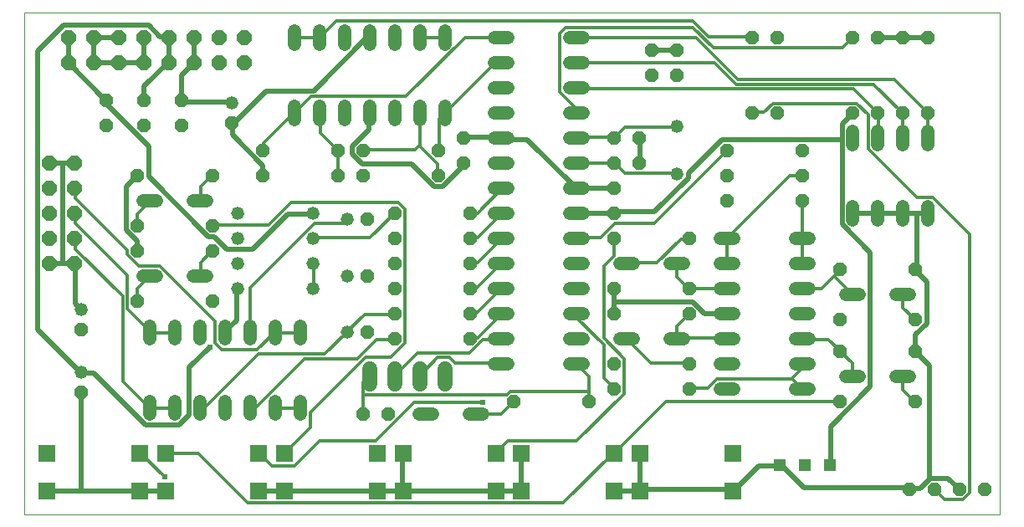
<source format=gtl>
G75*
%MOIN*%
%OFA0B0*%
%FSLAX25Y25*%
%IPPOS*%
%LPD*%
%AMOC8*
5,1,8,0,0,1.08239X$1,22.5*
%
%ADD10C,0.00000*%
%ADD11OC8,0.05200*%
%ADD12C,0.05200*%
%ADD13C,0.05200*%
%ADD14R,0.07087X0.07087*%
%ADD15OC8,0.06000*%
%ADD16R,0.05150X0.05150*%
%ADD17C,0.06000*%
%ADD18C,0.02000*%
%ADD19C,0.01200*%
%ADD20C,0.02400*%
D10*
X0001000Y0001250D02*
X0001000Y0201211D01*
X0389583Y0201211D01*
X0389583Y0001250D01*
X0001000Y0001250D01*
D11*
X0023500Y0049750D03*
X0023500Y0074750D03*
X0046000Y0086250D03*
X0076000Y0086250D03*
X0076000Y0106250D03*
X0076000Y0116250D03*
X0046000Y0116250D03*
X0046000Y0106250D03*
X0046000Y0136250D03*
X0076000Y0136250D03*
X0096000Y0136250D03*
X0096000Y0146250D03*
X0083500Y0157250D03*
X0063500Y0156250D03*
X0048500Y0156250D03*
X0033500Y0156250D03*
X0033500Y0166250D03*
X0048500Y0166250D03*
X0063500Y0166250D03*
X0126000Y0146250D03*
X0136000Y0146250D03*
X0136000Y0136250D03*
X0126000Y0136250D03*
X0148500Y0121250D03*
X0137500Y0118750D03*
X0148500Y0111250D03*
X0148500Y0101250D03*
X0137500Y0096250D03*
X0148500Y0091250D03*
X0148500Y0081250D03*
X0137500Y0073750D03*
X0148500Y0071250D03*
X0178500Y0071250D03*
X0178500Y0081250D03*
X0178500Y0091250D03*
X0178500Y0101250D03*
X0178500Y0111250D03*
X0178500Y0121250D03*
X0166000Y0136250D03*
X0176000Y0141250D03*
X0166000Y0146250D03*
X0176000Y0151250D03*
X0236000Y0151250D03*
X0246000Y0151250D03*
X0246000Y0141250D03*
X0236000Y0141250D03*
X0236000Y0131250D03*
X0236000Y0121250D03*
X0236000Y0111250D03*
X0266000Y0111250D03*
X0281000Y0126250D03*
X0281000Y0136250D03*
X0281000Y0146250D03*
X0291000Y0161250D03*
X0301000Y0161250D03*
X0311000Y0146250D03*
X0311000Y0136250D03*
X0311000Y0126250D03*
X0326000Y0098750D03*
X0356000Y0098750D03*
X0356000Y0078750D03*
X0356000Y0066250D03*
X0326000Y0066250D03*
X0326000Y0078750D03*
X0266000Y0081250D03*
X0266000Y0091250D03*
X0236000Y0091250D03*
X0236000Y0081250D03*
X0236000Y0061250D03*
X0236000Y0051250D03*
X0226000Y0046250D03*
X0196000Y0046250D03*
X0146000Y0041250D03*
X0136000Y0041250D03*
X0266000Y0051250D03*
X0266000Y0061250D03*
X0326000Y0046250D03*
X0356000Y0046250D03*
X0353500Y0011250D03*
X0363500Y0011250D03*
X0373500Y0011250D03*
X0383500Y0011250D03*
X0361000Y0161250D03*
X0351000Y0161250D03*
X0341000Y0161250D03*
X0331000Y0161250D03*
X0331000Y0191250D03*
X0341000Y0191250D03*
X0351000Y0191250D03*
X0361000Y0191250D03*
X0301000Y0191250D03*
X0291000Y0191250D03*
X0261000Y0186250D03*
X0251000Y0186250D03*
X0251000Y0176250D03*
X0261000Y0176250D03*
D12*
X0261000Y0155750D03*
X0261000Y0136750D03*
X0129500Y0118750D03*
X0116000Y0121250D03*
X0116000Y0111250D03*
X0116000Y0101250D03*
X0129500Y0096250D03*
X0116000Y0091250D03*
X0086000Y0091250D03*
X0086000Y0101250D03*
X0086000Y0111250D03*
X0086000Y0121250D03*
X0023500Y0082750D03*
X0023500Y0057750D03*
X0129500Y0073750D03*
X0083500Y0165250D03*
D13*
X0108500Y0163850D02*
X0108500Y0158650D01*
X0118500Y0158650D02*
X0118500Y0163850D01*
X0128500Y0163850D02*
X0128500Y0158650D01*
X0138500Y0158650D02*
X0138500Y0163850D01*
X0148500Y0163850D02*
X0148500Y0158650D01*
X0158500Y0158650D02*
X0158500Y0163850D01*
X0168500Y0163850D02*
X0168500Y0158650D01*
X0188400Y0161250D02*
X0193600Y0161250D01*
X0193600Y0151250D02*
X0188400Y0151250D01*
X0188400Y0141250D02*
X0193600Y0141250D01*
X0193600Y0131250D02*
X0188400Y0131250D01*
X0188400Y0121250D02*
X0193600Y0121250D01*
X0193600Y0111250D02*
X0188400Y0111250D01*
X0188400Y0101250D02*
X0193600Y0101250D01*
X0193600Y0091250D02*
X0188400Y0091250D01*
X0188400Y0081250D02*
X0193600Y0081250D01*
X0193600Y0071250D02*
X0188400Y0071250D01*
X0188400Y0061250D02*
X0193600Y0061250D01*
X0218400Y0061250D02*
X0223600Y0061250D01*
X0223600Y0071250D02*
X0218400Y0071250D01*
X0218400Y0081250D02*
X0223600Y0081250D01*
X0223600Y0091250D02*
X0218400Y0091250D01*
X0218400Y0101250D02*
X0223600Y0101250D01*
X0238400Y0101250D02*
X0243600Y0101250D01*
X0258400Y0101250D02*
X0263600Y0101250D01*
X0278400Y0101250D02*
X0283600Y0101250D01*
X0283600Y0091250D02*
X0278400Y0091250D01*
X0278400Y0081250D02*
X0283600Y0081250D01*
X0283600Y0071250D02*
X0278400Y0071250D01*
X0263600Y0071250D02*
X0258400Y0071250D01*
X0243600Y0071250D02*
X0238400Y0071250D01*
X0278400Y0061250D02*
X0283600Y0061250D01*
X0283600Y0051250D02*
X0278400Y0051250D01*
X0308400Y0051250D02*
X0313600Y0051250D01*
X0328400Y0056250D02*
X0333600Y0056250D01*
X0348400Y0056250D02*
X0353600Y0056250D01*
X0313600Y0061250D02*
X0308400Y0061250D01*
X0308400Y0071250D02*
X0313600Y0071250D01*
X0313600Y0081250D02*
X0308400Y0081250D01*
X0328400Y0088750D02*
X0333600Y0088750D01*
X0348400Y0088750D02*
X0353600Y0088750D01*
X0313600Y0091250D02*
X0308400Y0091250D01*
X0308400Y0101250D02*
X0313600Y0101250D01*
X0313600Y0111250D02*
X0308400Y0111250D01*
X0331000Y0118650D02*
X0331000Y0123850D01*
X0341000Y0123850D02*
X0341000Y0118650D01*
X0351000Y0118650D02*
X0351000Y0123850D01*
X0361000Y0123850D02*
X0361000Y0118650D01*
X0361000Y0148650D02*
X0361000Y0153850D01*
X0351000Y0153850D02*
X0351000Y0148650D01*
X0341000Y0148650D02*
X0341000Y0153850D01*
X0331000Y0153850D02*
X0331000Y0148650D01*
X0283600Y0111250D02*
X0278400Y0111250D01*
X0223600Y0111250D02*
X0218400Y0111250D01*
X0218400Y0121250D02*
X0223600Y0121250D01*
X0223600Y0131250D02*
X0218400Y0131250D01*
X0218400Y0141250D02*
X0223600Y0141250D01*
X0223600Y0151250D02*
X0218400Y0151250D01*
X0218400Y0161250D02*
X0223600Y0161250D01*
X0223600Y0171250D02*
X0218400Y0171250D01*
X0218400Y0181250D02*
X0223600Y0181250D01*
X0223600Y0191250D02*
X0218400Y0191250D01*
X0193600Y0191250D02*
X0188400Y0191250D01*
X0168500Y0188650D02*
X0168500Y0193850D01*
X0158500Y0193850D02*
X0158500Y0188650D01*
X0148500Y0188650D02*
X0148500Y0193850D01*
X0138500Y0193850D02*
X0138500Y0188650D01*
X0128500Y0188650D02*
X0128500Y0193850D01*
X0118500Y0193850D02*
X0118500Y0188650D01*
X0108500Y0188650D02*
X0108500Y0193850D01*
X0188400Y0181250D02*
X0193600Y0181250D01*
X0193600Y0171250D02*
X0188400Y0171250D01*
X0073600Y0126250D02*
X0068400Y0126250D01*
X0053600Y0126250D02*
X0048400Y0126250D01*
X0048400Y0096250D02*
X0053600Y0096250D01*
X0068400Y0096250D02*
X0073600Y0096250D01*
X0071000Y0076350D02*
X0071000Y0071150D01*
X0081000Y0071150D02*
X0081000Y0076350D01*
X0091000Y0076350D02*
X0091000Y0071150D01*
X0101000Y0071150D02*
X0101000Y0076350D01*
X0111000Y0076350D02*
X0111000Y0071150D01*
X0111000Y0046350D02*
X0111000Y0041150D01*
X0101000Y0041150D02*
X0101000Y0046350D01*
X0091000Y0046350D02*
X0091000Y0041150D01*
X0081000Y0041150D02*
X0081000Y0046350D01*
X0071000Y0046350D02*
X0071000Y0041150D01*
X0061000Y0041150D02*
X0061000Y0046350D01*
X0051000Y0046350D02*
X0051000Y0041150D01*
X0051000Y0071150D02*
X0051000Y0076350D01*
X0061000Y0076350D02*
X0061000Y0071150D01*
X0158400Y0041250D02*
X0163600Y0041250D01*
X0178400Y0041250D02*
X0183600Y0041250D01*
D14*
X0188795Y0025659D03*
X0199031Y0025659D03*
X0199031Y0010699D03*
X0188795Y0010699D03*
X0151787Y0010699D03*
X0141551Y0010699D03*
X0141551Y0025659D03*
X0151787Y0025659D03*
X0104543Y0025659D03*
X0094307Y0025659D03*
X0094307Y0010699D03*
X0104543Y0010699D03*
X0057299Y0010699D03*
X0047063Y0010699D03*
X0047063Y0025659D03*
X0057299Y0025659D03*
X0010055Y0025659D03*
X0010055Y0010699D03*
X0236039Y0010699D03*
X0246276Y0010699D03*
X0246276Y0025659D03*
X0236039Y0025659D03*
X0283283Y0025659D03*
X0283283Y0010699D03*
D15*
X0021000Y0101250D03*
X0011000Y0101250D03*
X0011000Y0111250D03*
X0021000Y0111250D03*
X0021000Y0121250D03*
X0011000Y0121250D03*
X0011000Y0131250D03*
X0021000Y0131250D03*
X0021000Y0141250D03*
X0011000Y0141250D03*
X0018500Y0181250D03*
X0028500Y0181250D03*
X0038500Y0181250D03*
X0048500Y0181250D03*
X0058500Y0181250D03*
X0068500Y0181250D03*
X0078500Y0181250D03*
X0088500Y0181250D03*
X0088500Y0191250D03*
X0078500Y0191250D03*
X0068500Y0191250D03*
X0058500Y0191250D03*
X0048500Y0191250D03*
X0038500Y0191250D03*
X0028500Y0191250D03*
X0018500Y0191250D03*
D16*
X0302024Y0020935D03*
X0312024Y0020935D03*
X0322024Y0020935D03*
D17*
X0168500Y0053250D02*
X0168500Y0059250D01*
X0158500Y0059250D02*
X0158500Y0053250D01*
X0148500Y0053250D02*
X0148500Y0059250D01*
X0138500Y0059250D02*
X0138500Y0053250D01*
D18*
X0085600Y0078650D02*
X0081100Y0074150D01*
X0081000Y0073750D01*
X0085600Y0078650D02*
X0085600Y0091250D01*
X0086000Y0091250D01*
X0081550Y0107000D02*
X0076600Y0111950D01*
X0074350Y0111950D01*
X0050500Y0135800D01*
X0050500Y0147950D01*
X0032950Y0165500D01*
X0033500Y0166250D01*
X0033400Y0166400D01*
X0018550Y0181250D01*
X0018500Y0181250D01*
X0018550Y0182150D01*
X0018550Y0191150D01*
X0018500Y0191250D01*
X0016750Y0196100D02*
X0006400Y0185750D01*
X0006400Y0075050D01*
X0023050Y0058400D01*
X0023500Y0057750D01*
X0023500Y0057500D01*
X0028450Y0057500D01*
X0049150Y0036800D01*
X0062650Y0036800D01*
X0066700Y0040850D01*
X0066700Y0059750D01*
X0074800Y0067850D01*
X0023500Y0082750D02*
X0023500Y0083150D01*
X0021250Y0085400D01*
X0021250Y0100250D01*
X0021000Y0101250D01*
X0020800Y0101150D01*
X0016300Y0101150D01*
X0016300Y0141200D01*
X0011350Y0141200D01*
X0011000Y0141250D01*
X0016300Y0141200D02*
X0020800Y0141200D01*
X0021000Y0141250D01*
X0041500Y0131750D02*
X0046000Y0136250D01*
X0041500Y0131750D02*
X0041500Y0114650D01*
X0046000Y0110150D01*
X0046000Y0106250D01*
X0016300Y0101150D02*
X0011350Y0101150D01*
X0011000Y0101250D01*
X0081550Y0107000D02*
X0091900Y0107000D01*
X0105850Y0120950D01*
X0115750Y0120950D01*
X0116000Y0121250D01*
X0096000Y0136250D02*
X0095950Y0136250D01*
X0095950Y0140300D01*
X0083800Y0152450D01*
X0083800Y0156950D01*
X0083500Y0157250D01*
X0084700Y0157400D01*
X0097300Y0170000D01*
X0116200Y0170000D01*
X0137350Y0191150D01*
X0138250Y0191150D01*
X0138500Y0191250D01*
X0083500Y0165250D02*
X0083350Y0165500D01*
X0064000Y0165500D01*
X0063500Y0166250D01*
X0063550Y0166400D01*
X0063550Y0176300D01*
X0068500Y0181250D01*
X0068500Y0191250D01*
X0058600Y0191150D02*
X0058500Y0191250D01*
X0057700Y0191600D01*
X0055000Y0191600D01*
X0050500Y0196100D01*
X0016750Y0196100D01*
X0028450Y0191150D02*
X0028500Y0191250D01*
X0029350Y0191150D01*
X0038350Y0191150D01*
X0038500Y0191250D01*
X0048500Y0191250D02*
X0048700Y0191150D01*
X0048700Y0182150D01*
X0048500Y0181250D01*
X0038500Y0181250D01*
X0028500Y0181250D01*
X0028450Y0182150D01*
X0028450Y0191150D01*
X0048700Y0171800D02*
X0058150Y0181250D01*
X0058500Y0181250D01*
X0058600Y0182150D01*
X0058600Y0191150D01*
X0048700Y0171800D02*
X0048700Y0166400D01*
X0048500Y0166250D01*
X0131500Y0147950D02*
X0131500Y0144800D01*
X0135550Y0140750D01*
X0155350Y0140750D01*
X0164350Y0131750D01*
X0167500Y0131750D01*
X0175600Y0139850D01*
X0175600Y0141200D01*
X0176000Y0141250D01*
X0176000Y0151250D02*
X0176050Y0151550D01*
X0190900Y0151550D01*
X0191000Y0151250D01*
X0191800Y0150650D01*
X0201250Y0150650D01*
X0220150Y0131750D01*
X0221000Y0131250D01*
X0221050Y0131300D01*
X0235900Y0131300D01*
X0236000Y0131250D01*
X0236800Y0121850D02*
X0236000Y0121250D01*
X0235900Y0121400D01*
X0221050Y0121400D01*
X0221000Y0121250D01*
X0236800Y0121850D02*
X0252100Y0121850D01*
X0265600Y0135350D01*
X0265600Y0137150D01*
X0279100Y0150650D01*
X0326800Y0150650D01*
X0326800Y0116900D01*
X0338050Y0105650D01*
X0338050Y0052100D01*
X0322300Y0036350D01*
X0322300Y0021050D01*
X0322024Y0020935D01*
X0311500Y0012050D02*
X0302950Y0020600D01*
X0302024Y0020935D01*
X0301600Y0020600D01*
X0293500Y0020600D01*
X0283600Y0010700D01*
X0283283Y0010699D01*
X0282700Y0011150D01*
X0247150Y0011150D01*
X0246276Y0010699D01*
X0246250Y0011600D01*
X0246250Y0025550D01*
X0246276Y0025659D01*
X0246250Y0010700D02*
X0236350Y0010700D01*
X0236039Y0010699D01*
X0246250Y0010700D02*
X0246276Y0010699D01*
X0199031Y0010699D02*
X0199000Y0011600D01*
X0199000Y0025550D01*
X0199031Y0025659D01*
X0199000Y0010700D02*
X0189100Y0010700D01*
X0188795Y0010699D01*
X0188200Y0010700D01*
X0152650Y0010700D01*
X0151787Y0010699D01*
X0151750Y0011600D01*
X0151750Y0025550D01*
X0151787Y0025659D01*
X0151750Y0010700D02*
X0141850Y0010700D01*
X0141551Y0010699D01*
X0140950Y0010700D01*
X0105400Y0010700D01*
X0104543Y0010699D01*
X0104500Y0010700D01*
X0094600Y0010700D01*
X0094307Y0010699D01*
X0057299Y0010699D02*
X0057250Y0010700D01*
X0047800Y0010700D01*
X0047063Y0010699D01*
X0046900Y0010700D01*
X0023500Y0010700D01*
X0023500Y0049750D01*
X0023500Y0010700D02*
X0010450Y0010700D01*
X0010055Y0010699D01*
X0151750Y0010700D02*
X0151787Y0010699D01*
X0199000Y0010700D02*
X0199031Y0010699D01*
X0311500Y0012050D02*
X0352900Y0012050D01*
X0353500Y0011250D01*
X0353800Y0011600D01*
X0357850Y0011600D01*
X0361900Y0015650D01*
X0361450Y0016550D01*
X0361450Y0060650D01*
X0356500Y0065600D01*
X0356000Y0066250D01*
X0356050Y0066500D01*
X0356050Y0072800D01*
X0360550Y0077300D01*
X0360550Y0093950D01*
X0356050Y0098450D01*
X0356000Y0098750D01*
X0356500Y0099350D01*
X0356500Y0121400D01*
X0361000Y0121400D01*
X0361000Y0121250D01*
X0356500Y0121400D02*
X0352000Y0121400D01*
X0351000Y0121250D01*
X0350650Y0121400D01*
X0341650Y0121400D01*
X0341000Y0121250D01*
X0340750Y0121400D01*
X0331300Y0121400D01*
X0331000Y0121250D01*
X0326800Y0150650D02*
X0326800Y0156950D01*
X0330850Y0161000D01*
X0331000Y0161250D01*
X0341200Y0191150D02*
X0341000Y0191250D01*
X0341200Y0191150D02*
X0350650Y0191150D01*
X0351000Y0191250D01*
X0352000Y0191150D01*
X0361000Y0191150D01*
X0361000Y0191250D01*
X0261000Y0186250D02*
X0260650Y0186200D01*
X0251200Y0186200D01*
X0251000Y0186250D01*
X0246000Y0151250D02*
X0246250Y0151100D01*
X0246250Y0141650D01*
X0246000Y0141250D01*
X0236000Y0091250D02*
X0235900Y0091250D01*
X0235900Y0085850D01*
X0267400Y0085850D01*
X0271900Y0081350D01*
X0280900Y0081350D01*
X0281000Y0081250D01*
X0236000Y0081250D02*
X0235900Y0081350D01*
X0235900Y0085850D01*
X0138250Y0154700D02*
X0131500Y0147950D01*
X0138250Y0154700D02*
X0138250Y0161000D01*
X0138500Y0161250D01*
X0361900Y0015650D02*
X0369100Y0015650D01*
X0373500Y0011250D01*
D19*
X0374950Y0007100D02*
X0377650Y0009800D01*
X0377650Y0112850D01*
X0362800Y0127700D01*
X0356500Y0127700D01*
X0337150Y0147050D01*
X0337150Y0160550D01*
X0332650Y0165050D01*
X0299350Y0165050D01*
X0295750Y0161450D01*
X0291250Y0161450D01*
X0291000Y0161250D01*
X0284500Y0172700D02*
X0339400Y0172700D01*
X0350650Y0161450D01*
X0351000Y0161250D01*
X0351100Y0161000D01*
X0351100Y0151550D01*
X0351000Y0151250D01*
X0341200Y0151550D02*
X0341000Y0151250D01*
X0341200Y0151550D02*
X0341200Y0161000D01*
X0341000Y0161250D01*
X0340750Y0161450D01*
X0331300Y0170900D01*
X0221050Y0170900D01*
X0221000Y0171250D01*
X0214300Y0169550D02*
X0214300Y0192950D01*
X0216550Y0195200D01*
X0267400Y0195200D01*
X0275500Y0187100D01*
X0326800Y0187100D01*
X0330850Y0191150D01*
X0331000Y0191250D01*
X0347500Y0174500D02*
X0360550Y0161450D01*
X0361000Y0161250D01*
X0361000Y0151250D01*
X0347500Y0174500D02*
X0285400Y0174500D01*
X0268750Y0191150D01*
X0221050Y0191150D01*
X0221000Y0191250D01*
X0221000Y0181250D02*
X0275950Y0181250D01*
X0284500Y0172700D01*
X0261000Y0155750D02*
X0260650Y0155600D01*
X0240400Y0155600D01*
X0236350Y0151550D01*
X0236000Y0151250D01*
X0235900Y0151550D01*
X0221050Y0151550D01*
X0221000Y0151250D01*
X0221000Y0141250D02*
X0221050Y0141200D01*
X0235900Y0141200D01*
X0236000Y0141250D01*
X0236350Y0141200D01*
X0240400Y0137150D01*
X0260650Y0137150D01*
X0261000Y0136750D01*
X0252100Y0117350D02*
X0281000Y0146250D01*
X0306100Y0136250D02*
X0281350Y0111500D01*
X0281000Y0111250D01*
X0280900Y0111050D01*
X0280900Y0101600D01*
X0281000Y0101250D01*
X0266000Y0111250D02*
X0265600Y0111050D01*
X0262450Y0111050D01*
X0253000Y0101600D01*
X0241300Y0101600D01*
X0241000Y0101250D01*
X0235900Y0104300D02*
X0231850Y0100250D01*
X0231850Y0071450D01*
X0239950Y0063350D01*
X0239950Y0049400D01*
X0221050Y0030500D01*
X0193600Y0030500D01*
X0189100Y0026000D01*
X0188795Y0025659D01*
X0190900Y0041300D02*
X0181000Y0041300D01*
X0181000Y0041250D01*
X0183700Y0045800D02*
X0156250Y0045800D01*
X0140950Y0030500D01*
X0118450Y0030500D01*
X0108550Y0020600D01*
X0099550Y0020600D01*
X0094600Y0025550D01*
X0094307Y0025659D01*
X0104543Y0025659D02*
X0104950Y0026000D01*
X0114850Y0035900D01*
X0114850Y0041750D01*
X0136900Y0063800D01*
X0146800Y0063800D01*
X0152650Y0069650D01*
X0152650Y0122750D01*
X0149950Y0125450D01*
X0107200Y0125450D01*
X0098200Y0116450D01*
X0076150Y0116450D01*
X0076000Y0116250D01*
X0076000Y0106250D02*
X0075700Y0106100D01*
X0071200Y0101600D01*
X0071200Y0096650D01*
X0071000Y0096250D01*
X0055000Y0100250D02*
X0077050Y0078200D01*
X0077050Y0069650D01*
X0079750Y0066950D01*
X0093700Y0066950D01*
X0100450Y0073700D01*
X0101000Y0073750D01*
X0101350Y0073700D01*
X0110800Y0073700D01*
X0111000Y0073750D01*
X0120700Y0065150D02*
X0129250Y0073700D01*
X0129500Y0073750D01*
X0129700Y0074150D01*
X0136450Y0080900D01*
X0148150Y0080900D01*
X0148500Y0081250D01*
X0148500Y0071250D02*
X0148150Y0071000D01*
X0141400Y0071000D01*
X0133750Y0063350D01*
X0112600Y0063350D01*
X0093250Y0044000D01*
X0091000Y0044000D01*
X0091000Y0043750D01*
X0101000Y0043750D02*
X0101350Y0043550D01*
X0110800Y0043550D01*
X0111000Y0043750D01*
X0136000Y0041250D02*
X0136000Y0048950D01*
X0193150Y0048950D01*
X0194500Y0050300D01*
X0226000Y0050300D01*
X0226000Y0046250D01*
X0226000Y0050300D02*
X0226000Y0056150D01*
X0221050Y0061100D01*
X0221000Y0061250D01*
X0231850Y0055700D02*
X0235900Y0051650D01*
X0236000Y0051250D01*
X0231850Y0055700D02*
X0231850Y0068750D01*
X0221050Y0079550D01*
X0221050Y0080900D01*
X0221000Y0081250D01*
X0241000Y0071250D02*
X0241300Y0071000D01*
X0250750Y0061550D01*
X0265600Y0061550D01*
X0266000Y0061250D01*
X0273250Y0051650D02*
X0276850Y0055250D01*
X0307000Y0055250D01*
X0307000Y0055700D01*
X0310600Y0059300D01*
X0310600Y0061100D01*
X0311000Y0061250D01*
X0307000Y0055250D02*
X0311000Y0051250D01*
X0326000Y0046250D02*
X0256600Y0046250D01*
X0236350Y0026000D01*
X0236039Y0025659D01*
X0235450Y0025550D01*
X0215650Y0005750D01*
X0090100Y0005750D01*
X0070300Y0025550D01*
X0057700Y0025550D01*
X0057299Y0025659D01*
X0056800Y0016100D02*
X0047350Y0025550D01*
X0047063Y0025659D01*
X0051400Y0043550D02*
X0051000Y0043750D01*
X0050500Y0044000D01*
X0040150Y0054350D01*
X0040150Y0088100D01*
X0021250Y0107000D01*
X0021250Y0111050D01*
X0021000Y0111250D01*
X0021250Y0117350D02*
X0041950Y0096650D01*
X0041950Y0083150D01*
X0050950Y0074150D01*
X0051000Y0073750D01*
X0051400Y0073700D01*
X0060850Y0073700D01*
X0061000Y0073750D01*
X0046000Y0086250D02*
X0046000Y0091250D01*
X0051000Y0096250D01*
X0055000Y0100250D02*
X0046450Y0100250D01*
X0041950Y0104750D01*
X0041950Y0106550D01*
X0021250Y0127250D01*
X0021250Y0130850D01*
X0021000Y0131250D01*
X0021000Y0121250D02*
X0021250Y0120950D01*
X0021250Y0117350D01*
X0046000Y0116250D02*
X0046000Y0120950D01*
X0050950Y0125900D01*
X0051000Y0126250D01*
X0071000Y0126250D02*
X0071200Y0126350D01*
X0071200Y0131750D01*
X0075700Y0136250D01*
X0076000Y0136250D01*
X0096000Y0146250D02*
X0096400Y0146600D01*
X0096400Y0149300D01*
X0108100Y0161000D01*
X0108500Y0161250D01*
X0109000Y0161450D01*
X0115300Y0167750D01*
X0153100Y0167750D01*
X0176500Y0191150D01*
X0190900Y0191150D01*
X0191000Y0191250D01*
X0191000Y0181250D02*
X0188650Y0181250D01*
X0168850Y0161450D01*
X0168500Y0161250D01*
X0168400Y0161000D01*
X0166150Y0158750D01*
X0166150Y0146600D01*
X0166000Y0146250D01*
X0165700Y0140750D02*
X0158500Y0147950D01*
X0158050Y0147950D01*
X0156700Y0146600D01*
X0136000Y0146600D01*
X0136000Y0146250D01*
X0126100Y0146150D02*
X0126000Y0146250D01*
X0118900Y0153350D01*
X0118900Y0161000D01*
X0118500Y0161250D01*
X0126100Y0146150D02*
X0126100Y0136250D01*
X0126000Y0136250D01*
X0148150Y0120950D02*
X0148500Y0121250D01*
X0148150Y0120950D02*
X0138700Y0111500D01*
X0116200Y0111500D01*
X0116000Y0111250D01*
X0116650Y0117350D02*
X0127900Y0117350D01*
X0129250Y0118700D01*
X0129500Y0118750D01*
X0116650Y0117350D02*
X0091000Y0091700D01*
X0091000Y0073750D01*
X0094150Y0065150D02*
X0120700Y0065150D01*
X0136000Y0053900D02*
X0138250Y0056150D01*
X0138500Y0056250D01*
X0136000Y0053900D02*
X0136000Y0048950D01*
X0148500Y0056250D02*
X0148600Y0056600D01*
X0157600Y0065600D01*
X0178300Y0065600D01*
X0183700Y0071000D01*
X0190900Y0071000D01*
X0191000Y0071250D01*
X0181450Y0071450D02*
X0190900Y0080900D01*
X0191000Y0081250D01*
X0190900Y0091250D02*
X0181000Y0081350D01*
X0178750Y0081350D01*
X0178500Y0081250D01*
X0178750Y0071450D02*
X0178500Y0071250D01*
X0178750Y0071450D02*
X0181450Y0071450D01*
X0172450Y0061550D02*
X0170200Y0063800D01*
X0165700Y0063800D01*
X0158500Y0056600D01*
X0158500Y0056250D01*
X0172450Y0061550D02*
X0190900Y0061550D01*
X0191000Y0061250D01*
X0195850Y0046250D02*
X0196000Y0046250D01*
X0195850Y0046250D02*
X0190900Y0041300D01*
X0261000Y0071250D02*
X0261550Y0071450D01*
X0280900Y0071450D01*
X0281000Y0071250D01*
X0266000Y0081250D02*
X0265600Y0080900D01*
X0261100Y0076400D01*
X0261100Y0071450D01*
X0261000Y0071250D01*
X0266050Y0051650D02*
X0266000Y0051250D01*
X0266050Y0051650D02*
X0273250Y0051650D01*
X0311050Y0071000D02*
X0311000Y0071250D01*
X0311050Y0071000D02*
X0321400Y0071000D01*
X0325900Y0066500D01*
X0326000Y0066250D01*
X0326350Y0066050D01*
X0330850Y0061550D01*
X0330850Y0056600D01*
X0331000Y0056250D01*
X0351000Y0056250D02*
X0351100Y0056150D01*
X0351100Y0050750D01*
X0355600Y0046250D01*
X0356000Y0046250D01*
X0356000Y0078750D02*
X0355600Y0079100D01*
X0351100Y0083600D01*
X0351100Y0088550D01*
X0351000Y0088750D01*
X0331000Y0088750D02*
X0330850Y0089000D01*
X0323650Y0096200D01*
X0318700Y0091250D01*
X0311000Y0091250D01*
X0323650Y0096200D02*
X0325900Y0098450D01*
X0326000Y0098750D01*
X0311000Y0101250D02*
X0311050Y0101600D01*
X0311050Y0111050D01*
X0311000Y0111250D01*
X0311050Y0111500D01*
X0311050Y0125900D01*
X0311000Y0126250D01*
X0311000Y0136250D02*
X0306100Y0136250D01*
X0252100Y0117350D02*
X0236350Y0117350D01*
X0230500Y0111500D01*
X0221050Y0111500D01*
X0221000Y0111250D01*
X0235900Y0111050D02*
X0235900Y0104300D01*
X0235900Y0111050D02*
X0236000Y0111250D01*
X0261000Y0101250D02*
X0261100Y0101150D01*
X0261100Y0095750D01*
X0265600Y0091250D01*
X0266000Y0091250D01*
X0281000Y0091250D01*
X0191000Y0091250D02*
X0190900Y0091250D01*
X0181000Y0091250D02*
X0191000Y0101250D01*
X0181450Y0101600D02*
X0190900Y0111050D01*
X0191000Y0111250D01*
X0181450Y0111500D02*
X0190900Y0120950D01*
X0191000Y0121250D01*
X0181450Y0121400D02*
X0190900Y0130850D01*
X0191000Y0131250D01*
X0181450Y0121400D02*
X0178750Y0121400D01*
X0178500Y0121250D01*
X0178750Y0111500D02*
X0178500Y0111250D01*
X0178750Y0111500D02*
X0181450Y0111500D01*
X0181450Y0101600D02*
X0178750Y0101600D01*
X0178500Y0101250D01*
X0178500Y0091250D02*
X0181000Y0091250D01*
X0116200Y0091250D02*
X0116000Y0091250D01*
X0116200Y0091250D02*
X0116200Y0101150D01*
X0116000Y0101250D01*
X0165700Y0136250D02*
X0166000Y0136250D01*
X0165700Y0136250D02*
X0165700Y0140750D01*
X0158500Y0147950D02*
X0158500Y0161250D01*
X0214300Y0169550D02*
X0220600Y0163250D01*
X0220600Y0161450D01*
X0221000Y0161250D01*
X0267400Y0197900D02*
X0273700Y0191600D01*
X0290800Y0191600D01*
X0291000Y0191250D01*
X0267400Y0197900D02*
X0125200Y0197900D01*
X0118900Y0191600D01*
X0118500Y0191250D01*
X0118450Y0191150D01*
X0108550Y0191150D01*
X0108500Y0191250D01*
X0158500Y0191150D02*
X0158500Y0191250D01*
X0158500Y0191150D02*
X0168400Y0191150D01*
X0168500Y0191250D01*
X0094150Y0065150D02*
X0073000Y0044000D01*
X0071200Y0044000D01*
X0071000Y0043750D01*
X0061000Y0043750D02*
X0060850Y0043550D01*
X0051400Y0043550D01*
X0363500Y0011250D02*
X0363700Y0011150D01*
X0367750Y0007100D01*
X0374950Y0007100D01*
D20*
X0183700Y0045800D03*
X0074800Y0067850D03*
X0056800Y0016100D03*
M02*

</source>
